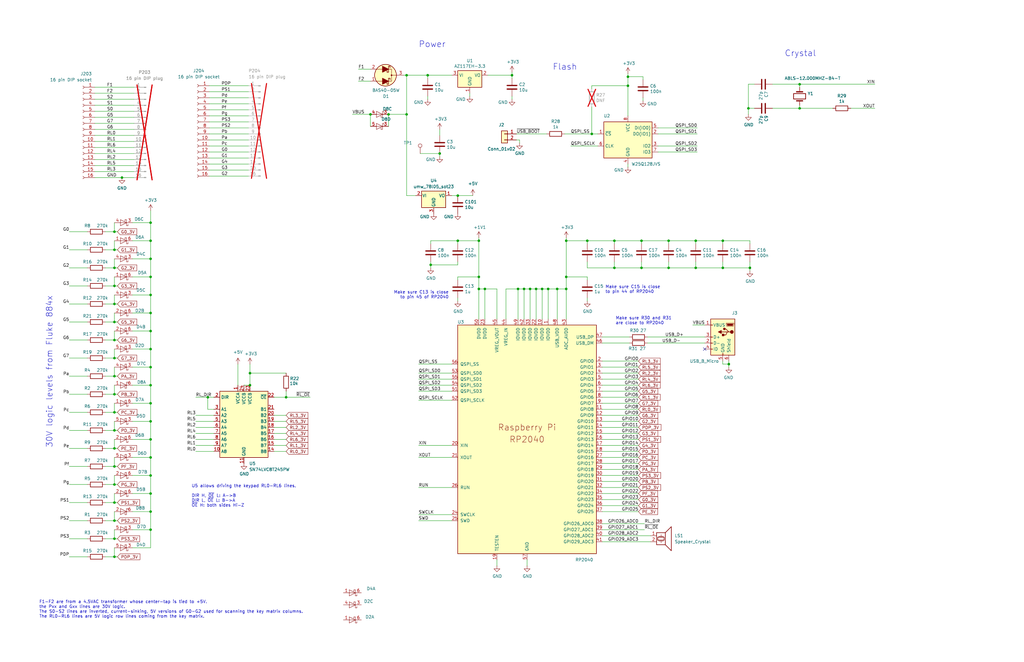
<source format=kicad_sch>
(kicad_sch (version 20231120) (generator "eeschema") (generator_version "8.0")
  (paper "USLedger")
  (title_block (title "Fluke 884x Continuity Buzzer") (date "2024-01-14") (rev "REV1") (company "Ned Konz"))
  (junction (at 63.5 223.52))
  (junction (at 87.63 167.64))
  (junction (at 293.37 101.6))
  (junction (at 63.5 215.9))
  (junction (at 181.61 111.76))
  (junction (at 220.98 121.92))
  (junction (at 304.8 113.03))
  (junction (at 193.04 82.55))
  (junction (at 63.5 93.98))
  (junction (at 281.94 101.6))
  (junction (at 63.5 109.22))
  (junction (at 215.9 31.75))
  (junction (at 105.41 162.56))
  (junction (at 63.5 185.42))
  (junction (at 63.5 170.18))
  (junction (at 48.26 227.33))
  (junction (at 185.42 64.77))
  (junction (at 270.51 113.03))
  (junction (at 307.34 153.67))
  (junction (at 48.26 151.13))
  (junction (at 201.93 121.92))
  (junction (at 48.26 105.41))
  (junction (at 48.26 173.99))
  (junction (at 264.795 32.385))
  (junction (at 226.06 121.92))
  (junction (at 218.44 121.92))
  (junction (at 48.26 128.27))
  (junction (at 120.65 167.64))
  (junction (at 63.5 147.32))
  (junction (at 63.5 132.08))
  (junction (at 204.47 121.92))
  (junction (at 228.6 121.92))
  (junction (at 63.5 154.94))
  (junction (at 48.26 135.89))
  (junction (at 223.52 121.92))
  (junction (at 48.26 120.65))
  (junction (at 63.5 162.56))
  (junction (at 337.185 45.72))
  (junction (at 48.26 143.51))
  (junction (at 48.26 113.03))
  (junction (at 259.08 113.03))
  (junction (at 201.93 116.84))
  (junction (at 63.5 193.04))
  (junction (at 48.26 234.95))
  (junction (at 48.26 196.85))
  (junction (at 193.04 101.6))
  (junction (at 337.185 35.56))
  (junction (at 231.14 121.92))
  (junction (at 171.45 48.26))
  (junction (at 316.23 113.03))
  (junction (at 247.65 101.6))
  (junction (at 163.83 48.26))
  (junction (at 48.26 189.23))
  (junction (at 63.5 124.46))
  (junction (at 63.5 116.84))
  (junction (at 238.76 101.6))
  (junction (at 180.34 31.75))
  (junction (at 304.8 101.6))
  (junction (at 48.26 166.37))
  (junction (at 48.26 212.09))
  (junction (at 249.555 56.515))
  (junction (at 105.41 157.48))
  (junction (at 63.5 139.7))
  (junction (at 63.5 200.66))
  (junction (at 238.76 121.92))
  (junction (at 234.95 121.92))
  (junction (at 48.26 219.71))
  (junction (at 156.21 48.26))
  (junction (at 48.26 204.47))
  (junction (at 293.37 113.03))
  (junction (at 63.5 177.8))
  (junction (at 315.595 45.72))
  (junction (at 63.5 101.6))
  (junction (at 48.26 97.79))
  (junction (at 171.45 31.75))
  (junction (at 48.26 158.75))
  (junction (at 201.93 101.6))
  (junction (at 264.795 36.195))
  (junction (at 281.94 113.03))
  (junction (at 63.5 208.28))
  (junction (at 48.26 181.61))
  (junction (at 51.435 74.93))
  (junction (at 259.08 101.6))
  (junction (at 270.51 101.6))
  (junction (at 238.76 116.84))
  (no_connect (at 297.18 147.32))
  (wire (pts (xy 249.555 56.515) (xy 252.095 56.515)))
  (wire (pts (xy 48.26 189.23) (xy 49.53 189.23)))
  (wire (pts (xy 193.04 118.11) (xy 193.04 116.84)))
  (wire (pts (xy 259.08 102.87) (xy 259.08 101.6)))
  (wire (pts (xy 29.21 97.79) (xy 36.83 97.79)))
  (wire (pts (xy 63.5 208.28) (xy 63.5 215.9)))
  (wire (pts (xy 259.08 110.49) (xy 259.08 113.03)))
  (wire (pts (xy 318.135 45.72) (xy 315.595 45.72)))
  (wire (pts (xy 82.55 185.42) (xy 90.17 185.42)))
  (wire (pts (xy 220.98 121.92) (xy 223.52 121.92)))
  (wire (pts (xy 198.12 39.37) (xy 198.12 40.64)))
  (wire (pts (xy 238.76 116.84) (xy 247.65 116.84)))
  (wire (pts (xy 100.33 153.67) (xy 100.33 162.56)))
  (wire (pts (xy 249.555 36.195) (xy 264.795 36.195)))
  (wire (pts (xy 213.36 121.92) (xy 218.44 121.92)))
  (wire (pts (xy 63.5 185.42) (xy 55.88 185.42)))
  (wire (pts (xy 40.005 74.93) (xy 51.435 74.93)))
  (wire (pts (xy 264.795 69.215) (xy 264.795 70.485)))
  (wire (pts (xy 226.06 121.92) (xy 228.6 121.92)))
  (wire (pts (xy 49.53 97.79) (xy 48.26 97.79)))
  (wire (pts (xy 88.265 36.195) (xy 104.775 36.195)))
  (wire (pts (xy 40.005 64.77) (xy 56.515 64.77)))
  (wire (pts (xy 254 177.8) (xy 269.24 177.8)))
  (wire (pts (xy 270.51 110.49) (xy 270.51 113.03)))
  (wire (pts (xy 63.5 208.28) (xy 63.5 200.66)))
  (wire (pts (xy 63.5 231.14) (xy 55.88 231.14)))
  (wire (pts (xy 105.41 157.48) (xy 105.41 162.56)))
  (wire (pts (xy 238.76 101.6) (xy 247.65 101.6)))
  (wire (pts (xy 88.265 51.435) (xy 104.775 51.435)))
  (wire (pts (xy 325.755 35.56) (xy 337.185 35.56)))
  (wire (pts (xy 63.5 177.8) (xy 63.5 170.18)))
  (wire (pts (xy 120.65 187.96) (xy 115.57 187.96)))
  (wire (pts (xy 337.185 44.45) (xy 337.185 45.72)))
  (wire (pts (xy 40.005 67.31) (xy 56.515 67.31)))
  (wire (pts (xy 222.25 236.22) (xy 222.25 238.76)))
  (wire (pts (xy 270.51 101.6) (xy 281.94 101.6)))
  (wire (pts (xy 63.5 162.56) (xy 63.5 170.18)))
  (wire (pts (xy 88.265 48.895) (xy 104.775 48.895)))
  (wire (pts (xy 48.26 177.8) (xy 48.26 181.61)))
  (wire (pts (xy 88.265 66.675) (xy 104.775 66.675)))
  (wire (pts (xy 185.42 54.61) (xy 185.42 57.15)))
  (wire (pts (xy 44.45 181.61) (xy 48.26 181.61)))
  (wire (pts (xy 44.45 219.71) (xy 48.26 219.71)))
  (wire (pts (xy 63.5 109.22) (xy 63.5 101.6)))
  (wire (pts (xy 217.805 59.055) (xy 219.075 59.055)))
  (wire (pts (xy 254 226.06) (xy 274.32 226.06)))
  (wire (pts (xy 254 203.2) (xy 269.24 203.2)))
  (wire (pts (xy 358.775 45.72) (xy 368.935 45.72)))
  (wire (pts (xy 337.185 45.72) (xy 351.155 45.72)))
  (wire (pts (xy 254 165.1) (xy 269.24 165.1)))
  (wire (pts (xy 29.21 204.47) (xy 36.83 204.47)))
  (wire (pts (xy 181.61 110.49) (xy 181.61 111.76)))
  (wire (pts (xy 181.61 101.6) (xy 193.04 101.6)))
  (wire (pts (xy 40.005 41.91) (xy 56.515 41.91)))
  (wire (pts (xy 29.21 113.03) (xy 36.83 113.03)))
  (wire (pts (xy 105.41 153.67) (xy 105.41 157.48)))
  (wire (pts (xy 238.76 116.84) (xy 238.76 121.92)))
  (wire (pts (xy 29.21 105.41) (xy 36.83 105.41)))
  (wire (pts (xy 29.21 166.37) (xy 36.83 166.37)))
  (wire (pts (xy 82.55 190.5) (xy 90.17 190.5)))
  (wire (pts (xy 88.265 59.055) (xy 104.775 59.055)))
  (wire (pts (xy 270.51 102.87) (xy 270.51 101.6)))
  (wire (pts (xy 44.45 158.75) (xy 48.26 158.75)))
  (wire (pts (xy 264.795 31.115) (xy 264.795 32.385)))
  (wire (pts (xy 88.265 41.275) (xy 104.775 41.275)))
  (wire (pts (xy 48.26 135.89) (xy 49.53 135.89)))
  (wire (pts (xy 254 180.34) (xy 269.24 180.34)))
  (wire (pts (xy 120.65 190.5) (xy 115.57 190.5)))
  (wire (pts (xy 281.94 102.87) (xy 281.94 101.6)))
  (wire (pts (xy 176.53 162.56) (xy 190.5 162.56)))
  (wire (pts (xy 63.5 139.7) (xy 55.88 139.7)))
  (wire (pts (xy 247.65 101.6) (xy 259.08 101.6)))
  (wire (pts (xy 36.83 181.61) (xy 29.21 181.61)))
  (wire (pts (xy 63.5 116.84) (xy 63.5 124.46)))
  (wire (pts (xy 88.265 71.755) (xy 104.775 71.755)))
  (wire (pts (xy 201.93 100.33) (xy 201.93 101.6)))
  (wire (pts (xy 304.8 102.87) (xy 304.8 101.6)))
  (wire (pts (xy 63.5 93.98) (xy 63.5 101.6)))
  (wire (pts (xy 48.26 113.03) (xy 49.53 113.03)))
  (wire (pts (xy 304.8 101.6) (xy 316.23 101.6)))
  (wire (pts (xy 277.495 53.975) (xy 294.005 53.975)))
  (wire (pts (xy 273.05 142.24) (xy 297.18 142.24)))
  (wire (pts (xy 293.37 102.87) (xy 293.37 101.6)))
  (wire (pts (xy 254 142.24) (xy 265.43 142.24)))
  (wire (pts (xy 218.44 121.92) (xy 220.98 121.92)))
  (wire (pts (xy 48.26 120.65) (xy 49.53 120.65)))
  (wire (pts (xy 293.37 101.6) (xy 304.8 101.6)))
  (wire (pts (xy 171.45 48.26) (xy 171.45 31.75)))
  (wire (pts (xy 247.65 102.87) (xy 247.65 101.6)))
  (wire (pts (xy 259.08 113.03) (xy 247.65 113.03)))
  (wire (pts (xy 304.8 152.4) (xy 304.8 153.67)))
  (wire (pts (xy 254 185.42) (xy 269.24 185.42)))
  (wire (pts (xy 226.06 134.62) (xy 226.06 121.92)))
  (wire (pts (xy 120.65 180.34) (xy 115.57 180.34)))
  (wire (pts (xy 204.47 121.92) (xy 201.93 121.92)))
  (wire (pts (xy 254 228.6) (xy 274.32 228.6)))
  (wire (pts (xy 29.21 135.89) (xy 36.83 135.89)))
  (wire (pts (xy 234.95 134.62) (xy 234.95 121.92)))
  (wire (pts (xy 201.93 121.92) (xy 201.93 134.62)))
  (wire (pts (xy 176.53 160.02) (xy 190.5 160.02)))
  (wire (pts (xy 249.555 45.085) (xy 249.555 56.515)))
  (wire (pts (xy 292.1 137.16) (xy 297.18 137.16)))
  (wire (pts (xy 304.8 113.03) (xy 293.37 113.03)))
  (wire (pts (xy 48.26 154.94) (xy 48.26 158.75)))
  (wire (pts (xy 63.5 177.8) (xy 63.5 185.42)))
  (wire (pts (xy 163.83 48.26) (xy 163.83 53.34)))
  (wire (pts (xy 264.795 32.385) (xy 264.795 36.195)))
  (wire (pts (xy 48.26 208.28) (xy 48.26 212.09)))
  (wire (pts (xy 55.88 116.84) (xy 63.5 116.84)))
  (wire (pts (xy 254 208.28) (xy 269.24 208.28)))
  (wire (pts (xy 151.13 34.29) (xy 156.21 34.29)))
  (wire (pts (xy 228.6 121.92) (xy 231.14 121.92)))
  (wire (pts (xy 48.26 132.08) (xy 48.26 135.89)))
  (wire (pts (xy 254 198.12) (xy 269.24 198.12)))
  (wire (pts (xy 55.88 177.8) (xy 63.5 177.8)))
  (wire (pts (xy 193.04 116.84) (xy 201.93 116.84)))
  (wire (pts (xy 325.755 45.72) (xy 337.185 45.72)))
  (wire (pts (xy 44.45 212.09) (xy 48.26 212.09)))
  (wire (pts (xy 277.495 56.515) (xy 294.005 56.515)))
  (wire (pts (xy 249.555 37.465) (xy 249.555 36.195)))
  (wire (pts (xy 82.55 187.96) (xy 90.17 187.96)))
  (wire (pts (xy 209.55 134.62) (xy 209.55 121.92)))
  (wire (pts (xy 316.23 110.49) (xy 316.23 113.03)))
  (wire (pts (xy 88.265 43.815) (xy 104.775 43.815)))
  (wire (pts (xy 105.41 157.48) (xy 120.65 157.48)))
  (wire (pts (xy 36.83 196.85) (xy 29.21 196.85)))
  (wire (pts (xy 307.34 152.4) (xy 307.34 153.67)))
  (wire (pts (xy 63.5 132.08) (xy 63.5 139.7)))
  (wire (pts (xy 205.74 31.75) (xy 215.9 31.75)))
  (wire (pts (xy 48.26 185.42) (xy 48.26 189.23)))
  (wire (pts (xy 29.21 143.51) (xy 36.83 143.51)))
  (wire (pts (xy 44.45 120.65) (xy 48.26 120.65)))
  (wire (pts (xy 201.93 101.6) (xy 201.93 116.84)))
  (wire (pts (xy 181.61 102.87) (xy 181.61 101.6)))
  (wire (pts (xy 190.5 217.17) (xy 176.53 217.17)))
  (wire (pts (xy 48.26 116.84) (xy 48.26 120.65)))
  (wire (pts (xy 82.55 182.88) (xy 90.17 182.88)))
  (wire (pts (xy 315.595 35.56) (xy 315.595 45.72)))
  (wire (pts (xy 55.88 93.98) (xy 63.5 93.98)))
  (wire (pts (xy 63.5 170.18) (xy 55.88 170.18)))
  (wire (pts (xy 171.45 48.26) (xy 171.45 82.55)))
  (wire (pts (xy 55.88 208.28) (xy 63.5 208.28)))
  (wire (pts (xy 254 210.82) (xy 269.24 210.82)))
  (wire (pts (xy 181.61 111.76) (xy 181.61 113.03)))
  (wire (pts (xy 48.26 109.22) (xy 48.26 113.03)))
  (wire (pts (xy 190.5 205.74) (xy 176.53 205.74)))
  (wire (pts (xy 254 167.64) (xy 269.24 167.64)))
  (wire (pts (xy 40.005 59.69) (xy 56.515 59.69)))
  (wire (pts (xy 238.76 121.92) (xy 238.76 134.62)))
  (wire (pts (xy 48.26 101.6) (xy 48.26 105.41)))
  (wire (pts (xy 254 144.78) (xy 265.43 144.78)))
  (wire (pts (xy 48.26 212.09) (xy 49.53 212.09)))
  (wire (pts (xy 209.55 121.92) (xy 204.47 121.92)))
  (wire (pts (xy 304.8 153.67) (xy 307.34 153.67)))
  (wire (pts (xy 48.26 105.41) (xy 44.45 105.41)))
  (wire (pts (xy 190.5 82.55) (xy 193.04 82.55)))
  (wire (pts (xy 88.265 64.135) (xy 104.775 64.135)))
  (wire (pts (xy 254 195.58) (xy 269.24 195.58)))
  (wire (pts (xy 40.005 44.45) (xy 56.515 44.45)))
  (wire (pts (xy 264.795 36.195) (xy 264.795 48.895)))
  (wire (pts (xy 171.45 31.75) (xy 180.34 31.75)))
  (wire (pts (xy 44.45 166.37) (xy 48.26 166.37)))
  (wire (pts (xy 281.94 101.6) (xy 293.37 101.6)))
  (wire (pts (xy 44.45 204.47) (xy 48.26 204.47)))
  (wire (pts (xy 40.005 39.37) (xy 56.515 39.37)))
  (wire (pts (xy 29.21 227.33) (xy 36.83 227.33)))
  (wire (pts (xy 223.52 121.92) (xy 226.06 121.92)))
  (wire (pts (xy 63.5 223.52) (xy 63.5 215.9)))
  (wire (pts (xy 63.5 116.84) (xy 63.5 109.22)))
  (wire (pts (xy 48.26 166.37) (xy 49.53 166.37)))
  (wire (pts (xy 44.45 151.13) (xy 48.26 151.13)))
  (wire (pts (xy 82.55 175.26) (xy 90.17 175.26)))
  (wire (pts (xy 88.265 69.215) (xy 104.775 69.215)))
  (wire (pts (xy 180.34 40.64) (xy 180.34 41.91)))
  (wire (pts (xy 231.14 121.92) (xy 231.14 134.62)))
  (wire (pts (xy 120.65 175.26) (xy 115.57 175.26)))
  (wire (pts (xy 247.65 110.49) (xy 247.65 113.03)))
  (wire (pts (xy 63.5 162.56) (xy 63.5 154.94)))
  (wire (pts (xy 218.44 134.62) (xy 218.44 121.92)))
  (wire (pts (xy 201.93 116.84) (xy 201.93 121.92)))
  (wire (pts (xy 55.88 162.56) (xy 63.5 162.56)))
  (wire (pts (xy 238.125 56.515) (xy 249.555 56.515)))
  (wire (pts (xy 63.5 154.94) (xy 55.88 154.94)))
  (wire (pts (xy 40.005 46.99) (xy 56.515 46.99)))
  (wire (pts (xy 277.495 64.135) (xy 294.005 64.135)))
  (wire (pts (xy 63.5 147.32) (xy 63.5 139.7)))
  (wire (pts (xy 40.005 72.39) (xy 56.515 72.39)))
  (wire (pts (xy 48.26 234.95) (xy 44.45 234.95)))
  (wire (pts (xy 254 193.04) (xy 269.24 193.04)))
  (wire (pts (xy 40.005 57.15) (xy 56.515 57.15)))
  (wire (pts (xy 90.17 172.72) (xy 87.63 172.72)))
  (wire (pts (xy 270.51 113.03) (xy 259.08 113.03)))
  (wire (pts (xy 315.595 45.72) (xy 315.595 48.26)))
  (wire (pts (xy 48.26 139.7) (xy 48.26 143.51)))
  (wire (pts (xy 271.145 33.655) (xy 271.145 32.385)))
  (wire (pts (xy 29.21 120.65) (xy 36.83 120.65)))
  (wire (pts (xy 48.26 204.47) (xy 49.53 204.47)))
  (wire (pts (xy 48.26 97.79) (xy 44.45 97.79)))
  (wire (pts (xy 238.76 100.33) (xy 238.76 101.6)))
  (wire (pts (xy 55.88 193.04) (xy 63.5 193.04)))
  (wire (pts (xy 44.45 128.27) (xy 48.26 128.27)))
  (wire (pts (xy 82.55 167.64) (xy 87.63 167.64)))
  (wire (pts (xy 190.5 153.67) (xy 176.53 153.67)))
  (wire (pts (xy 156.21 48.26) (xy 156.21 53.34)))
  (wire (pts (xy 87.63 167.64) (xy 90.17 167.64)))
  (wire (pts (xy 238.76 101.6) (xy 238.76 116.84)))
  (wire (pts (xy 254 152.4) (xy 269.24 152.4)))
  (wire (pts (xy 48.26 227.33) (xy 49.53 227.33)))
  (wire (pts (xy 63.5 223.52) (xy 63.5 231.14)))
  (wire (pts (xy 44.45 113.03) (xy 48.26 113.03)))
  (wire (pts (xy 63.5 132.08) (xy 63.5 124.46)))
  (wire (pts (xy 190.5 31.75) (xy 180.34 31.75)))
  (wire (pts (xy 193.04 102.87) (xy 193.04 101.6)))
  (wire (pts (xy 254 182.88) (xy 269.24 182.88)))
  (wire (pts (xy 48.26 124.46) (xy 48.26 128.27)))
  (wire (pts (xy 29.21 158.75) (xy 36.83 158.75)))
  (wire (pts (xy 177.165 64.77) (xy 185.42 64.77)))
  (wire (pts (xy 281.94 110.49) (xy 281.94 113.03)))
  (wire (pts (xy 209.55 236.22) (xy 209.55 238.76)))
  (wire (pts (xy 163.83 48.26) (xy 171.45 48.26)))
  (wire (pts (xy 316.23 102.87) (xy 316.23 101.6)))
  (wire (pts (xy 120.65 177.8) (xy 115.57 177.8)))
  (wire (pts (xy 48.26 223.52) (xy 48.26 227.33)))
  (wire (pts (xy 40.005 62.23) (xy 56.515 62.23)))
  (wire (pts (xy 49.53 234.95) (xy 48.26 234.95)))
  (wire (pts (xy 63.5 193.04) (xy 63.5 185.42)))
  (wire (pts (xy 88.265 46.355) (xy 104.775 46.355)))
  (wire (pts (xy 254 170.18) (xy 269.24 170.18)))
  (wire (pts (xy 44.45 227.33) (xy 48.26 227.33)))
  (wire (pts (xy 55.88 223.52) (xy 63.5 223.52)))
  (wire (pts (xy 44.45 189.23) (xy 48.26 189.23)))
  (wire (pts (xy 318.135 35.56) (xy 315.595 35.56)))
  (wire (pts (xy 185.42 64.77) (xy 185.42 66.04)))
  (wire (pts (xy 254 205.74) (xy 269.24 205.74)))
  (wire (pts (xy 48.26 196.85) (xy 49.53 196.85)))
  (wire (pts (xy 63.5 124.46) (xy 55.88 124.46)))
  (wire (pts (xy 213.36 134.62) (xy 213.36 121.92)))
  (wire (pts (xy 40.005 69.85) (xy 56.515 69.85)))
  (wire (pts (xy 231.14 121.92) (xy 234.95 121.92)))
  (wire (pts (xy 102.87 162.56) (xy 105.41 162.56)))
  (wire (pts (xy 254 157.48) (xy 269.24 157.48)))
  (wire (pts (xy 48.26 143.51) (xy 49.53 143.51)))
  (wire (pts (xy 48.26 147.32) (xy 48.26 151.13)))
  (wire (pts (xy 120.65 167.64) (xy 130.81 167.64)))
  (wire (pts (xy 230.505 56.515) (xy 217.805 56.515)))
  (wire (pts (xy 254 223.52) (xy 271.78 223.52)))
  (wire (pts (xy 48.26 158.75) (xy 49.53 158.75)))
  (wire (pts (xy 82.55 180.34) (xy 90.17 180.34)))
  (wire (pts (xy 254 154.94) (xy 269.24 154.94)))
  (wire (pts (xy 48.26 219.71) (xy 49.53 219.71)))
  (wire (pts (xy 170.18 31.75) (xy 171.45 31.75)))
  (wire (pts (xy 40.005 49.53) (xy 56.515 49.53)))
  (wire (pts (xy 193.04 125.73) (xy 193.04 127)))
  (wire (pts (xy 48.26 200.66) (xy 48.26 204.47)))
  (wire (pts (xy 271.145 41.275) (xy 271.145 42.545)))
  (wire (pts (xy 293.37 110.49) (xy 293.37 113.03)))
  (wire (pts (xy 337.185 35.56) (xy 368.935 35.56)))
  (wire (pts (xy 88.265 61.595) (xy 104.775 61.595)))
  (wire (pts (xy 304.8 110.49) (xy 304.8 113.03)))
  (wire (pts (xy 228.6 134.62) (xy 228.6 121.92)))
  (wire (pts (xy 176.53 157.48) (xy 190.5 157.48)))
  (wire (pts (xy 247.65 118.11) (xy 247.65 116.84)))
  (wire (pts (xy 40.005 36.83) (xy 56.515 36.83)))
  (wire (pts (xy 234.95 121.92) (xy 238.76 121.92)))
  (wire (pts (xy 254 220.98) (xy 271.78 220.98)))
  (wire (pts (xy 204.47 134.62) (xy 204.47 121.92)))
  (wire (pts (xy 44.45 143.51) (xy 48.26 143.51)))
  (wire (pts (xy 51.435 74.93) (xy 56.515 74.93)))
  (wire (pts (xy 193.04 111.76) (xy 193.04 110.49)))
  (wire (pts (xy 87.63 172.72) (xy 87.63 167.64)))
  (wire (pts (xy 48.26 181.61) (xy 49.53 181.61)))
  (wire (pts (xy 63.5 200.66) (xy 55.88 200.66)))
  (wire (pts (xy 180.34 33.02) (xy 180.34 31.75)))
  (wire (pts (xy 29.21 219.71) (xy 36.83 219.71)))
  (wire (pts (xy 48.26 128.27) (xy 49.53 128.27)))
  (wire (pts (xy 215.9 33.02) (xy 215.9 31.75)))
  (wire (pts (xy 49.53 105.41) (xy 48.26 105.41)))
  (wire (pts (xy 88.265 74.295) (xy 104.775 74.295)))
  (wire (pts (xy 40.005 52.07) (xy 56.515 52.07)))
  (wire (pts (xy 29.21 128.27) (xy 36.83 128.27)))
  (wire (pts (xy 176.53 187.96) (xy 190.5 187.96)))
  (wire (pts (xy 293.37 113.03) (xy 281.94 113.03)))
  (wire (pts (xy 63.5 215.9) (xy 55.88 215.9)))
  (wire (pts (xy 120.65 165.1) (xy 120.65 167.64)))
  (wire (pts (xy 254 175.26) (xy 269.24 175.26)))
  (wire (pts (xy 36.83 173.99) (xy 29.21 173.99)))
  (wire (pts (xy 193.04 101.6) (xy 201.93 101.6)))
  (wire (pts (xy 48.26 93.98) (xy 48.26 97.79)))
  (wire (pts (xy 36.83 234.95) (xy 29.21 234.95)))
  (wire (pts (xy 337.185 36.83) (xy 337.185 35.56)))
  (wire (pts (xy 88.265 38.735) (xy 104.775 38.735)))
  (wire (pts (xy 48.26 173.99) (xy 49.53 173.99)))
  (wire (pts (xy 29.21 151.13) (xy 36.83 151.13)))
  (wire (pts (xy 247.65 125.73) (xy 247.65 127)))
  (wire (pts (xy 190.5 193.04) (xy 176.53 193.04)))
  (wire (pts (xy 223.52 134.62) (xy 223.52 121.92)))
  (wire (pts (xy 40.005 54.61) (xy 56.515 54.61)))
  (wire (pts (xy 55.88 132.08) (xy 63.5 132.08)))
  (wire (pts (xy 254 213.36) (xy 269.24 213.36)))
  (wire (pts (xy 281.94 113.03) (xy 270.51 113.03)))
  (wire (pts (xy 215.9 31.75) (xy 215.9 30.48)))
  (wire (pts (xy 254 200.66) (xy 269.24 200.66)))
  (wire (pts (xy 29.21 189.23) (xy 36.83 189.23)))
  (wire (pts (xy 151.13 29.21) (xy 156.21 29.21)))
  (wire (pts (xy 271.145 32.385) (xy 264.795 32.385)))
  (wire (pts (xy 219.075 59.055) (xy 219.075 60.325)))
  (wire (pts (xy 277.495 61.595) (xy 294.005 61.595)))
  (wire (pts (xy 254 162.56) (xy 269.24 162.56)))
  (wire (pts (xy 44.45 196.85) (xy 48.26 196.85)))
  (wire (pts (xy 88.265 56.515) (xy 104.775 56.515)))
  (wire (pts (xy 190.5 219.71) (xy 176.53 219.71)))
  (wire (pts (xy 316.23 113.03) (xy 316.23 114.3)))
  (wire (pts (xy 48.26 193.04) (xy 48.26 196.85)))
  (wire (pts (xy 259.08 101.6) (xy 270.51 101.6)))
  (wire (pts (xy 48.26 231.14) (xy 48.26 234.95)))
  (wire (pts (xy 55.88 109.22) (xy 63.5 109.22)))
  (wire (pts (xy 171.45 82.55) (xy 175.26 82.55)))
  (wire (pts (xy 220.98 134.62) (xy 220.98 121.92)))
  (wire (pts (xy 254 190.5) (xy 269.24 190.5)))
  (wire (pts (xy 176.53 165.1) (xy 190.5 165.1)))
  (wire (pts (xy 120.65 185.42) (xy 115.57 185.42)))
  (wire (pts (xy 307.34 154.94) (xy 307.34 153.67)))
  (wire (pts (xy 44.45 173.99) (xy 48.26 173.99)))
  (wire (pts (xy 48.26 170.18) (xy 48.26 173.99)))
  (wire (pts (xy 63.5 88.9) (xy 63.5 93.98)))
  (wire (pts (xy 240.665 61.595) (xy 252.095 61.595)))
  (wire (pts (xy 120.65 182.88) (xy 115.57 182.88)))
  (wire (pts (xy 88.265 53.975) (xy 104.775 53.975)))
  (wire (pts (xy 254 160.02) (xy 269.24 160.02)))
  (wire (pts (xy 48.26 215.9) (xy 48.26 219.71)))
  (wire (pts (xy 273.05 144.78) (xy 297.18 144.78)))
  (wire (pts (xy 148.59 48.26) (xy 156.21 48.26)))
  (wire (pts (xy 63.5 101.6) (xy 55.88 101.6)))
  (wire (pts (xy 190.5 168.91) (xy 176.53 168.91)))
  (wire (pts (xy 115.57 167.64) (xy 120.65 167.64)))
  (wire (pts (xy 63.5 147.32) (xy 63.5 154.94)))
  (wire (pts (xy 193.04 82.55) (xy 199.39 82.55)))
  (wire (pts (xy 254 187.96) (xy 269.24 187.96)))
  (wire (pts (xy 181.61 111.76) (xy 193.04 111.76)))
  (wire (pts (xy 55.88 147.32) (xy 63.5 147.32)))
  (wire (pts (xy 82.55 177.8) (xy 90.17 177.8)))
  (wire (pts (xy 63.5 193.04) (xy 63.5 200.66)))
  (wire (pts (xy 29.21 212.09) (xy 36.83 212.09)))
  (wire (pts (xy 215.9 40.64) (xy 215.9 41.91)))
  (wire (pts (xy 48.26 151.13) (xy 49.53 151.13)))
  (wire (pts (xy 254 215.9) (xy 269.24 215.9)))
  (wire (pts (xy 254 172.72) (xy 269.24 172.72)))
  (wire (pts (xy 48.26 162.56) (xy 48.26 166.37)))
  (wire (pts (xy 304.8 113.03) (xy 316.23 113.03)))
  (wire (pts (xy 44.45 135.89) (xy 48.26 135.89)))
  (text "Power" (at 176.53 20.32 0) (effects (font (size 2.54 2.54)) (justify left bottom)))
  (text "F1-F2 are from a 4.5VAC transformer whose center-tap is tied to +5V.\nthe Pxx and Gxx lines are 30V logic.\nThe S0-S2 lines are inverted, current-sinking, 5V versions of G0-G2 used for scanning the key matrix columns.\nThe RL0-RL6 lines are 5V logic row lines coming from the key matrix." (at 16.51 260.985 0) (effects (font (size 1.27 1.27)) (justify left bottom)))
  (text "30V logic levels from Fluke 884x" (at 20.828 156.972 90) (effects (font (size 2.5 2.5))))
  (text "Make sure C15 is close\nto pin 44 of RP2040" (at 255.27 123.952 0) (effects (font (size 1.27 1.27)) (justify left bottom)))
  (text "U5 allows driving the keypad RL0-RL6 lines.\n\nDIR H, ~{OE} L: A->B\nDIR L, ~{OE} L: B->A\n~{OE} H: both sides Hi-Z" (at 80.772 209.296 0) (effects (font (size 1.27 1.27)) (justify left)))
  (text "Make sure R30 and R31\nare close to RP2040" (at 259.588 137.16 0) (effects (font (size 1.27 1.27)) (justify left bottom)))
  (text "Make sure C13 is close\nto pin 45 of RP2040" (at 189.23 126.238 0) (effects (font (size 1.27 1.27)) (justify right bottom)))
  (text "Crystal" (at 330.835 24.13 0) (effects (font (size 2.54 2.54)) (justify left bottom)))
  (text "Flash" (at 233.045 29.845 0) (effects (font (size 2.54 2.54)) (justify left bottom)))
  (label "GPIO11" (at 269.24 180.34 180))
  (label "Pd" (at 93.345 41.275 0))
  (label "SWCLK" (at 176.53 217.17 0))
  (label "RL4" (at 82.55 182.88 180))
  (label "GPIO9" (at 269.24 175.26 180))
  (label "PDP" (at 29.21 234.95 180))
  (label "Pg" (at 29.21 204.47 180))
  (label "G7" (at 45.085 52.07 0))
  (label "XIN" (at 368.935 35.56 180))
  (label "GND" (at 45.085 74.93 0))
  (label "QSPI_SCLK" (at 176.53 168.91 0))
  (label "Pf" (at 29.21 196.85 180))
  (label "RL3" (at 45.085 72.39 0))
  (label "GPIO13" (at 269.24 185.42 180))
  (label "RL5" (at 45.085 69.85 0))
  (label "GPIO4" (at 269.24 162.56 180))
  (label "QSPI_SD0" (at 176.53 157.48 0))
  (label "QSPI_SCLK" (at 240.665 61.595 0))
  (label "Pa" (at 93.345 59.055 0))
  (label "XIN" (at 176.53 187.96 0))
  (label "QSPI_SD1" (at 294.005 56.515 180))
  (label "G0" (at 93.345 64.135 0))
  (label "GPIO18" (at 269.24 198.12 180))
  (label "RL_DIR" (at 82.55 167.64 0))
  (label "G3" (at 93.345 71.755 0))
  (label "GPIO7" (at 269.24 170.18 180))
  (label "GPIO21" (at 269.24 205.74 180))
  (label "XOUT" (at 368.935 45.72 180))
  (label "QSPI_SS" (at 176.53 153.67 0))
  (label "G4" (at 29.21 128.27 180))
  (label "G5" (at 45.085 49.53 0))
  (label "F2" (at 45.085 39.37 0))
  (label "PS1" (at 29.21 212.09 180))
  (label "Pb" (at 93.345 56.515 0))
  (label "QSPI_SD2" (at 176.53 162.56 0))
  (label "QSPI_SD0" (at 294.005 53.975 180))
  (label "~{RL_OE}" (at 130.81 167.64 180))
  (label "GPIO27_ADC1" (at 269.24 223.52 180))
  (label "GPIO19" (at 269.24 200.66 180))
  (label "GPIO20" (at 269.24 203.2 180))
  (label "QSPI_SS" (at 240.665 56.515 0))
  (label "PS2" (at 93.345 53.975 0))
  (label "RL3" (at 82.55 175.26 180))
  (label "VBUS" (at 148.59 48.26 0))
  (label "GPIO24" (at 269.24 213.36 180))
  (label "QSPI_SD3" (at 176.53 165.1 0))
  (label "GPIO2" (at 269.24 157.48 180))
  (label "Pf" (at 93.345 46.355 0))
  (label "RUN" (at 176.53 205.74 0))
  (label "GPIO17" (at 269.24 195.58 180))
  (label "G1" (at 93.345 66.675 0))
  (label "S2" (at 45.085 41.91 0))
  (label "G6" (at 45.085 54.61 0))
  (label "GPIO22" (at 269.24 208.28 180))
  (label "RL1" (at 45.085 59.69 0))
  (label "QSPI_SD2" (at 294.005 61.595 180))
  (label "Pg" (at 93.345 48.895 0))
  (label "USB_D-" (at 287.02 144.78 180))
  (label "RL1" (at 82.55 187.96 180))
  (label "GPIO1" (at 269.24 154.94 180))
  (label "~{RL_OE}" (at 271.78 223.52 0))
  (label "GPIO14" (at 269.24 187.96 180))
  (label "GPIO6" (at 269.24 167.64 180))
  (label "GPIO12" (at 269.24 182.88 180))
  (label "RL_DIR" (at 271.78 220.98 0))
  (label "RL6" (at 45.085 62.23 0))
  (label "PS3" (at 93.345 51.435 0))
  (label "RL6" (at 82.55 185.42 180))
  (label "G2" (at 29.21 113.03 180))
  (label "GPIO23" (at 269.24 210.82 180))
  (label "GPIO26_ADC0" (at 269.24 220.98 180))
  (label "Pa" (at 29.21 158.75 180))
  (label "G7" (at 29.21 151.13 180))
  (label "XOUT" (at 176.53 193.04 0))
  (label "GPIO5" (at 269.24 165.1 180))
  (label "GPIO16" (at 269.24 193.04 180))
  (label "~{USB_BOOT}" (at 217.805 56.515 0))
  (label "RL2" (at 82.55 180.34 180))
  (label "GPIO3" (at 269.24 160.02 180))
  (label "S1" (at 45.085 44.45 0))
  (label "GPIO28_ADC2" (at 269.24 226.06 180))
  (label "RL5" (at 82.55 177.8 180))
  (label "SWD" (at 176.53 219.71 0))
  (label "VBUS" (at 292.1 137.16 0))
  (label "Pe" (at 93.345 43.815 0))
  (label "G6" (at 29.21 143.51 180))
  (label "RL0" (at 45.085 57.15 0))
  (label "F2" (at 151.13 34.29 0))
  (label "GPIO8" (at 269.24 172.72 180))
  (label "GPIO10" (at 269.24 177.8 180))
  (label "Pe" (at 29.21 189.23 180))
  (label "Pd" (at 29.21 181.61 180))
  (label "Pc" (at 93.345 61.595 0))
  (label "GPIO25" (at 269.24 215.9 180))
  (label "G4" (at 93.345 69.215 0))
  (label "GPIO15" (at 269.24 190.5 180))
  (label "Pb" (at 29.21 166.37 180))
  (label "USB_D+" (at 288.29 142.24 180))
  (label "PS3" (at 29.21 227.33 180))
  (label "RL4" (at 45.085 64.77 0))
  (label "G3" (at 29.21 120.65 180))
  (label "QSPI_SD3" (at 294.005 64.135 180))
  (label "RL2" (at 45.085 67.31 0))
  (label "F1" (at 151.13 29.21 0))
  (label "G1" (at 29.21 105.41 180))
  (label "PDP" (at 93.345 36.195 0))
  (label "PS1" (at 93.345 38.735 0))
  (label "QSPI_SD1" (at 176.53 160.02 0))
  (label "S0" (at 45.085 46.99 0))
  (label "G2" (at 93.345 74.295 0))
  (label "G5" (at 29.21 135.89 180))
  (label "F1" (at 45.085 36.83 0))
  (label "RL0" (at 82.55 190.5 180))
  (label "GPIO29_ADC3" (at 269.24 228.6 180))
  (label "PS2" (at 29.21 219.71 180))
  (label "GPIO0" (at 269.24 152.4 180))
  (label "G0" (at 29.21 97.79 180))
  (label "Pc" (at 29.21 173.99 180))
  (global_label "RL1_3V" (shape input) (at 120.65 187.96 0) (property "Intersheetrefs" "${INTERSHEET_REFS}" (effects (hide yes))))
  (global_label "G6_3V" (shape input) (at 269.24 175.26 0) (property "Intersheetrefs" "${INTERSHEET_REFS}" (effects (hide yes))))
  (global_label "PA_3V" (shape input) (at 269.24 198.12 0) (property "Intersheetrefs" "${INTERSHEET_REFS}" (effects (hide yes))))
  (global_label "PS3_3V" (shape input) (at 269.24 200.66 0) (property "Intersheetrefs" "${INTERSHEET_REFS}" (effects (hide yes))))
  (global_label "G4_3V" (shape input) (at 269.24 187.96 0) (property "Intersheetrefs" "${INTERSHEET_REFS}" (effects (hide yes))))
  (global_label "G4_3V" (shape input) (at 49.53 128.27 0) (property "Intersheetrefs" "${INTERSHEET_REFS}" (effects (hide yes))))
  (global_label "G1_3V" (shape input) (at 49.53 105.41 0) (property "Intersheetrefs" "${INTERSHEET_REFS}" (effects (hide yes))))
  (global_label "PS2_3V" (shape input) (at 269.24 205.74 0) (property "Intersheetrefs" "${INTERSHEET_REFS}" (effects (hide yes))))
  (global_label "RL4_3V" (shape input) (at 269.24 160.02 0) (property "Intersheetrefs" "${INTERSHEET_REFS}" (effects (hide yes))))
  (global_label "G3_3V" (shape input) (at 269.24 182.88 0) (property "Intersheetrefs" "${INTERSHEET_REFS}" (effects (hide yes))))
  (global_label "RL0_3V" (shape input) (at 269.24 172.72 0) (property "Intersheetrefs" "${INTERSHEET_REFS}" (effects (hide yes))))
  (global_label "G5_3V" (shape input) (at 49.53 135.89 0) (property "Intersheetrefs" "${INTERSHEET_REFS}" (effects (hide yes))))
  (global_label "G7_3V" (shape input) (at 269.24 170.18 0) (property "Intersheetrefs" "${INTERSHEET_REFS}" (effects (hide yes))))
  (global_label "PS1_3V" (shape input) (at 269.24 185.42 0) (property "Intersheetrefs" "${INTERSHEET_REFS}" (effects (hide yes))))
  (global_label "G5_3V" (shape input) (at 269.24 165.1 0) (property "Intersheetrefs" "${INTERSHEET_REFS}" (effects (hide yes))))
  (global_label "PG_3V" (shape input) (at 269.24 195.58 0) (property "Intersheetrefs" "${INTERSHEET_REFS}" (effects (hide yes))))
  (global_label "PB_3V" (shape input) (at 269.24 203.2 0) (property "Intersheetrefs" "${INTERSHEET_REFS}" (effects (hide yes))))
  (global_label "G6_3V" (shape input) (at 49.53 143.51 0) (property "Intersheetrefs" "${INTERSHEET_REFS}" (effects (hide yes))))
  (global_label "G3_3V" (shape input) (at 49.53 120.65 0) (property "Intersheetrefs" "${INTERSHEET_REFS}" (effects (hide yes))))
  (global_label "PF_3V" (shape input) (at 269.24 208.28 0) (property "Intersheetrefs" "${INTERSHEET_REFS}" (effects (hide yes))))
  (global_label "RL5_3V" (shape input) (at 120.65 177.8 0) (property "Intersheetrefs" "${INTERSHEET_REFS}" (effects (hide yes))))
  (global_label "RL0_3V" (shape input) (at 120.65 190.5 0) (property "Intersheetrefs" "${INTERSHEET_REFS}" (effects (hide yes))))
  (global_label "RL4_3V" (shape input) (at 120.65 182.88 0) (property "Intersheetrefs" "${INTERSHEET_REFS}" (effects (hide yes))))
  (global_label "RL3_3V" (shape input) (at 120.65 175.26 0) (property "Intersheetrefs" "${INTERSHEET_REFS}" (effects (hide yes))))
  (global_label "RL5_3V" (shape input) (at 269.24 154.94 0) (property "Intersheetrefs" "${INTERSHEET_REFS}" (effects (hide yes))))
  (global_label "PS2_3V" (shape input) (at 49.53 219.71 0) (property "Intersheetrefs" "${INTERSHEET_REFS}" (effects (hide yes))))
  (global_label "PE_3V" (shape input) (at 269.24 215.9 0) (property "Intersheetrefs" "${INTERSHEET_REFS}" (effects (hide yes))))
  (global_label "RL6_3V" (shape input) (at 120.65 185.42 0) (property "Intersheetrefs" "${INTERSHEET_REFS}" (effects (hide yes))))
  (global_label "G1_3V" (shape input) (at 269.24 213.36 0) (property "Intersheetrefs" "${INTERSHEET_REFS}" (effects (hide yes))))
  (global_label "PB_3V" (shape input) (at 49.53 166.37 0) (property "Intersheetrefs" "${INTERSHEET_REFS}" (effects (hide yes))))
  (global_label "RL2_3V" (shape input) (at 269.24 157.48 0) (property "Intersheetrefs" "${INTERSHEET_REFS}" (effects (hide yes))))
  (global_label "PD_3V" (shape input) (at 49.53 181.61 0) (property "Intersheetrefs" "${INTERSHEET_REFS}" (effects (hide yes))))
  (global_label "RL3_3V" (shape input) (at 269.24 152.4 0) (property "Intersheetrefs" "${INTERSHEET_REFS}" (effects (hide yes))))
  (global_label "RL1_3V" (shape input) (at 269.24 167.64 0) (property "Intersheetrefs" "${INTERSHEET_REFS}" (effects (hide yes))))
  (global_label "G0_3V" (shape input) (at 269.24 210.82 0) (property "Intersheetrefs" "${INTERSHEET_REFS}" (effects (hide yes))))
  (global_label "G2_3V" (shape input) (at 269.24 177.8 0) (property "Intersheetrefs" "${INTERSHEET_REFS}" (effects (hide yes))))
  (global_label "PC_3V" (shape input) (at 49.53 173.99 0) (property "Intersheetrefs" "${INTERSHEET_REFS}" (effects (hide yes))))
  (global_label "PC_3V" (shape input) (at 269.24 193.04 0) (property "Intersheetrefs" "${INTERSHEET_REFS}" (effects (hide yes))))
  (global_label "PE_3V" (shape input) (at 49.53 189.23 0) (property "Intersheetrefs" "${INTERSHEET_REFS}" (effects (hide yes))))
  (global_label "PS3_3V" (shape input) (at 49.53 227.33 0) (property "Intersheetrefs" "${INTERSHEET_REFS}" (effects (hide yes))))
  (global_label "RL2_3V" (shape input) (at 120.65 180.34 0) (property "Intersheetrefs" "${INTERSHEET_REFS}" (effects (hide yes))))
  (global_label "G0_3V" (shape input) (at 49.53 97.79 0) (property "Intersheetrefs" "${INTERSHEET_REFS}" (effects (hide yes))))
  (global_label "G2_3V" (shape input) (at 49.53 113.03 0) (property "Intersheetrefs" "${INTERSHEET_REFS}" (effects (hide yes))))
  (global_label "PDP_3V" (shape input) (at 49.53 234.95 0) (property "Intersheetrefs" "${INTERSHEET_REFS}" (effects (hide yes))))
  (global_label "PS1_3V" (shape input) (at 49.53 212.09 0) (property "Intersheetrefs" "${INTERSHEET_REFS}" (effects (hide yes))))
  (global_label "PA_3V" (shape input) (at 49.53 158.75 0) (property "Intersheetrefs" "${INTERSHEET_REFS}" (effects (hide yes))))
  (global_label "PDP_3V" (shape input) (at 269.24 180.34 0) (property "Intersheetrefs" "${INTERSHEET_REFS}" (effects (hide yes))))
  (global_label "RL6_3V" (shape input) (at 269.24 162.56 0) (property "Intersheetrefs" "${INTERSHEET_REFS}" (effects (hide yes))))
  (global_label "PD_3V" (shape input) (at 269.24 190.5 0) (property "Intersheetrefs" "${INTERSHEET_REFS}" (effects (hide yes))))
  (global_label "PG_3V" (shape input) (at 49.53 204.47 0) (property "Intersheetrefs" "${INTERSHEET_REFS}" (effects (hide yes))))
  (global_label "PF_3V" (shape input) (at 49.53 196.85 0) (property "Intersheetrefs" "${INTERSHEET_REFS}" (effects (hide yes))))
  (global_label "G7_3V" (shape input) (at 49.53 151.13 0) (property "Intersheetrefs" "${INTERSHEET_REFS}" (effects (hide yes))))
  (symbol (lib_id "Device:R") (at 234.315 56.515 270) (unit 1)
    (property "Reference" "R28" (at 234.315 51.2572 90))
    (property "Value" "1k" (at 234.315 53.5686 90))
    (property "Footprint" "Resistor_SMD:R_0402_1005Metric" (effects (hide yes)))
    (property "LCSC" "C11702" (effects (hide yes)))
  )
  (symbol (lib_id "Device:R") (at 40.64 105.41 90) (unit 1)
    (property "Reference" "R10" (at 36.83 102.87 90))
    (property "Value" "270k" (at 43.18 102.87 90))
    (property "Footprint" "Resistor_SMD:R_0402_1005Metric" (effects (hide yes)))
    (property "LCSC" "C25790" (effects (hide yes)))
  )
  (symbol (lib_id "misc:BAT54CDW") (at 52.07 215.9 180) (unit 2)
    (property "Reference" "D8" (at 59.182 214.376 0))
    (property "Value" "BAT54CDW" (effects (hide yes)))
    (property "Footprint" "Package_TO_SOT_SMD:SOT-363_SC-70-6" (effects (hide yes)))
    (property "Datasheet" "https://www.diodes.com/assets/Datasheets/BAT54TW_ADW_CDW_SDW_BRW.pdf" (effects (hide yes)))
    (property "Description" "Schottky diode array 2 pair Com C, SOT-363" (effects (hide yes)))
    (property "LCSC" "C5240639" (effects (hide yes)))
  )
  (symbol (lib_id "misc:BAT54CDW") (at 52.07 132.08 0) (mirror y) (unit 2)
    (property "Reference" "D2" (at 58.928 131.064 0))
    (property "Value" "BAT54CDW" (effects (hide yes)))
    (property "Footprint" "Package_TO_SOT_SMD:SOT-363_SC-70-6" (effects (hide yes)))
    (property "Datasheet" "https://www.diodes.com/assets/Datasheets/BAT54TW_ADW_CDW_SDW_BRW.pdf" (effects (hide yes)))
    (property "Description" "Schottky diode array 2 pair Com C, SOT-363" (effects (hide yes)))
    (property "LCSC" "C5240639" (effects (hide yes)))
  )
  (symbol (lib_id "Device:Speaker_Crystal") (at 279.4 226.06 0) (unit 1)
    (property "Reference" "LS1" (at 284.48 226.06 0) (effects (justify left)))
    (property "Value" "Speaker_Crystal" (at 284.48 228.6 0) (effects (justify left)))
    (property "Footprint" "RP2040_minimal:Buzzer_17x9RM10" (effects (hide yes)))
    (property "LCSC" "C360609" (effects (hide yes)))
  )
  (symbol (lib_id "power:+3V3") (at 264.795 31.115 0) (unit 1)
    (property "Reference" "#PWR019" (effects (hide yes)))
    (property "Value" "+3V3" (at 265.176 26.7208 0))
  )
  (symbol (lib_id "Device:C") (at 316.23 106.68 0) (unit 1)
    (property "Reference" "C16" (at 319.151 105.5116 0) (effects (justify left)))
    (property "Value" "100n" (at 319.151 107.823 0) (effects (justify left)))
    (property "Footprint" "Capacitor_SMD:C_0402_1005Metric" (effects (hide yes)))
    (property "LCSC" "C1525" (effects (hide yes)))
  )
  (symbol (lib_id "Device:C") (at 281.94 106.68 0) (unit 1)
    (property "Reference" "C4" (at 284.861 105.5116 0) (effects (justify left)))
    (property "Value" "100n" (at 284.861 107.823 0) (effects (justify left)))
    (property "Footprint" "Capacitor_SMD:C_0402_1005Metric" (effects (hide yes)))
    (property "LCSC" "C1525" (effects (hide yes)))
  )
  (symbol (lib_id "power:GND") (at 51.435 74.93 0) (unit 1)
    (property "Reference" "#PWR01" (effects (hide yes)))
    (property "Value" "GND" (at 51.435 79.375 0))
  )
  (symbol (lib_id "Device:Crystal") (at 337.185 40.64 270) (unit 1)
    (property "Reference" "Y1" (at 340.5124 39.4716 90) (effects (justify left)))
    (property "Value" "ABLS-12.000MHZ-B4-T" (at 330.835 33.02 90) (effects (justify left)))
    (property "Footprint" "RP2040_minimal:Crystal_SMD_HC49-US" (effects (hide yes)))
    (property "LCSC" "C326543" (effects (hide yes)))
  )
  (symbol (lib_id "Device:R") (at 40.64 234.95 90) (unit 1)
    (property "Reference" "R15" (at 36.83 232.41 90))
    (property "Value" "270k" (at 43.18 232.41 90))
    (property "Footprint" "Resistor_SMD:R_0402_1005Metric" (effects (hide yes)))
    (property "LCSC" "C25790" (effects (hide yes)))
  )
  (symbol (lib_id "RP2040_minimal-rescue:W25Q128JVS-Memory_Flash") (at 264.795 59.055 0) (unit 1)
    (property "Reference" "U2" (at 255.905 48.895 0))
    (property "Value" "W25Q128JVS" (at 272.415 69.215 0))
    (property "Footprint" "Package_SO:SOIC-8_5.23x5.23mm_P1.27mm" (effects (hide yes)))
    (property "Datasheet" "http://www.winbond.com/resource-files/w25q128jv_dtr%20revc%2003272018%20plus.pdf" (effects (hide yes)))
    (property "LCSC" "C97521" (effects (hide yes)))
  )
  (symbol (lib_id "Device:C") (at 185.42 60.96 0) (unit 1)
    (property "Reference" "C3" (at 188.341 59.7916 0) (effects (justify left)))
    (property "Value" "10u" (at 188.341 62.103 0) (effects (justify left)))
    (property "Footprint" "Capacitor_SMD:C_0805_2012Metric" (effects (hide yes)))
    (property "LCSC" "C15850" (effects (hide yes)))
  )
  (symbol (lib_id "power:GND") (at 315.595 48.26 0) (unit 1)
    (property "Reference" "#PWR022" (effects (hide yes)))
    (property "Value" "GND" (at 315.722 52.6542 0))
  )
  (symbol (lib_id "power:+3V3") (at 105.41 153.67 0) (unit 1)
    (property "Reference" "#PWR0103" (effects (hide yes)))
    (property "Value" "+3V3" (at 105.791 149.2758 0))
  )
  (symbol (lib_id "Device:R") (at 40.64 181.61 90) (unit 1)
    (property "Reference" "R11" (at 36.83 179.07 90))
    (property "Value" "270k" (at 43.18 179.07 90))
    (property "Footprint" "Resistor_SMD:R_0402_1005Metric" (effects (hide yes)))
    (property "LCSC" "C25790" (effects (hide yes)))
  )
  (symbol (lib_id "misc:BAT54CDW") (at 52.07 101.6 0) (mirror y) (unit 1)
    (property "Reference" "D6" (at 58.928 100.076 0))
    (property "Value" "BAT54CDW" (effects (hide yes)))
    (property "Footprint" "Package_TO_SOT_SMD:SOT-363_SC-70-6" (effects (hide yes)))
    (property "Datasheet" "https://www.diodes.com/assets/Datasheets/BAT54TW_ADW_CDW_SDW_BRW.pdf" (effects (hide yes)))
    (property "Description" "Schottky diode array 2 pair Com C, SOT-363" (effects (hide yes)))
    (property "LCSC" "C5240639" (effects (hide yes)))
  )
  (symbol (lib_id "MCU_RaspberryPi_RP2040:RP2040") (at 222.25 185.42 0) (unit 1)
    (property "Reference" "U3" (at 194.31 135.89 0))
    (property "Value" "RP2040" (at 246.38 236.22 0))
    (property "Footprint" "RP2040_minimal:RP2040-QFN-56" (effects (hide yes)))
    (property "LCSC" "C2040" (effects (hide yes)))
  )
  (symbol (lib_id "misc:BAT54CDW") (at 52.07 93.98 0) (mirror y) (unit 3)
    (property "Reference" "D6" (at 58.674 92.456 0))
    (property "Value" "BAT54CDW" (effects (hide yes)))
    (property "Footprint" "Package_TO_SOT_SMD:SOT-363_SC-70-6" (effects (hide yes)))
    (property "Datasheet" "https://www.diodes.com/assets/Datasheets/BAT54TW_ADW_CDW_SDW_BRW.pdf" (effects (hide yes)))
    (property "Description" "Schottky diode array 2 pair Com C, SOT-363" (effects (hide yes)))
    (property "LCSC" "C5240639" (effects (hide yes)))
  )
  (symbol (lib_id "Device:C") (at 247.65 121.92 0) (unit 1)
    (property "Reference" "C15" (at 250.571 120.7516 0) (effects (justify left)))
    (property "Value" "1u" (at 250.571 123.063 0) (effects (justify left)))
    (property "Footprint" "Capacitor_SMD:C_0402_1005Metric" (effects (hide yes)))
    (property "LCSC" "C52923" (effects (hide yes)))
  )
  (symbol (lib_id "power:GND") (at 180.34 41.91 0) (unit 1)
    (property "Reference" "#PWR012" (effects (hide yes)))
    (property "Value" "GND" (at 176.53 43.18 0))
  )
  (symbol (lib_id "power:GND") (at 193.04 127 0) (unit 1)
    (property "Reference" "#PWR04" (effects (hide yes)))
    (property "Value" "GND" (at 193.167 131.3942 0))
  )
  (symbol (lib_id "Device:R") (at 40.64 166.37 90) (unit 1)
    (property "Reference" "R2" (at 36.83 163.83 90))
    (property "Value" "270k" (at 43.18 163.83 90))
    (property "Footprint" "Resistor_SMD:R_0402_1005Metric" (effects (hide yes)))
    (property "LCSC" "C25790" (effects (hide yes)))
  )
  (symbol (lib_id "misc:umw_78l05_sot23") (at 182.88 82.55 0) (unit 1)
    (property "Reference" "U4" (at 182.88 76.2 0))
    (property "Value" "umw_78l05_sot23" (at 182.88 78.74 0))
    (property "Footprint" "Package_TO_SOT_SMD:SOT-23-3" (effects (hide yes)))
    (property "Description" "Positive 100mA 30V Linear Regulator, Fixed Output 5V, TO-92" (effects (hide yes)))
  )
  (symbol (lib_id "power:GND") (at 209.55 238.76 0) (unit 1)
    (property "Reference" "#PWR08" (effects (hide yes)))
    (property "Value" "GND" (at 209.677 243.1542 0))
  )
  (symbol (lib_id "Device:R") (at 40.64 189.23 90) (unit 1)
    (property "Reference" "R9" (at 36.83 186.69 90))
    (property "Value" "270k" (at 43.18 186.69 90))
    (property "Footprint" "Resistor_SMD:R_0402_1005Metric" (effects (hide yes)))
    (property "LCSC" "C25790" (effects (hide yes)))
  )
  (symbol (lib_id "Device:C") (at 215.9 36.83 0) (unit 1)
    (property "Reference" "C2" (at 218.821 35.6616 0) (effects (justify left)))
    (property "Value" "10u" (at 218.821 37.973 0) (effects (justify left)))
    (property "Footprint" "Capacitor_SMD:C_0805_2012Metric" (effects (hide yes)))
    (property "LCSC" "C15850" (effects (hide yes)))
  )
  (symbol (lib_id "Device:R") (at 40.64 158.75 90) (unit 1)
    (property "Reference" "R4" (at 36.83 156.21 90))
    (property "Value" "270k" (at 43.18 156.21 90))
    (property "Footprint" "Resistor_SMD:R_0402_1005Metric" (effects (hide yes)))
    (property "LCSC" "C25790" (effects (hide yes)))
  )
  (symbol (lib_id "Device:R") (at 120.65 161.29 180) (unit 1)
    (property "Reference" "R22" (at 124.206 159.766 0))
    (property "Value" "10k" (at 123.952 161.798 0))
    (property "Footprint" "Resistor_SMD:R_0402_1005Metric" (effects (hide yes)))
  )
  (symbol (lib_id "power:GND") (at 316.23 114.3 0) (unit 1)
    (property "Reference" "#PWR018" (effects (hide yes)))
    (property "Value" "GND" (at 316.357 118.6942 0))
  )
  (symbol (lib_id "misc:BAT54CDW") (at 52.07 139.7 0) (mirror y) (unit 2)
    (property "Reference" "D4" (at 59.436 137.922 0))
    (property "Value" "BAT54CDW" (effects (hide yes)))
    (property "Footprint" "Package_TO_SOT_SMD:SOT-363_SC-70-6" (effects (hide yes)))
    (property "Datasheet" "https://www.diodes.com/assets/Datasheets/BAT54TW_ADW_CDW_SDW_BRW.pdf" (effects (hide yes)))
    (property "Description" "Schottky diode array 2 pair Com C, SOT-363" (effects (hide yes)))
    (property "LCSC" "C5240639" (effects (hide yes)))
  )
  (symbol (lib_id "power:+1V1") (at 201.93 100.33 0) (unit 1)
    (property "Reference" "#PWR05" (effects (hide yes)))
    (property "Value" "+1V1" (at 202.311 95.9358 0))
  )
  (symbol (lib_id "Device:C") (at 193.04 121.92 0) (unit 1)
    (property "Reference" "C13" (at 195.961 120.7516 0) (effects (justify left)))
    (property "Value" "1u" (at 195.961 123.063 0) (effects (justify left)))
    (property "Footprint" "Capacitor_SMD:C_0402_1005Metric" (effects (hide yes)))
    (property "LCSC" "C52923" (effects (hide yes)))
  )
  (symbol (lib_id "Device:R") (at 40.64 212.09 90) (unit 1)
    (property "Reference" "R13" (at 36.83 209.55 90))
    (property "Value" "270k" (at 43.18 209.55 90))
    (property "Footprint" "Resistor_SMD:R_0402_1005Metric" (effects (hide yes)))
    (property "LCSC" "C25790" (effects (hide yes)))
  )
  (symbol (lib_id "Device:R") (at 40.64 128.27 90) (unit 1)
    (property "Reference" "R12" (at 36.83 125.73 90))
    (property "Value" "270k" (at 43.18 125.73 90))
    (property "Footprint" "Resistor_SMD:R_0402_1005Metric" (effects (hide yes)))
    (property "LCSC" "C25790" (effects (hide yes)))
  )
  (symbol (lib_id "misc:BAT54CDW") (at 52.07 185.42 0) (mirror y) (unit 2)
    (property "Reference" "D6" (at 58.928 183.642 0))
    (property "Value" "BAT54CDW" (effects (hide yes)))
    (property "Footprint" "Package_TO_SOT_SMD:SOT-363_SC-70-6" (effects (hide yes)))
    (property "Datasheet" "https://www.diodes.com/assets/Datasheets/BAT54TW_ADW_CDW_SDW_BRW.pdf" (effects (hide yes)))
    (property "Description" "Schottky diode array 2 pair Com C, SOT-363" (effects (hide yes)))
    (property "LCSC" "C5240639" (effects (hide yes)))
  )
  (symbol (lib_id "Device:C") (at 321.945 45.72 270) (unit 1)
    (property "Reference" "C9" (at 323.1134 48.641 0) (effects (justify left)))
    (property "Value" "27p" (at 320.802 48.641 0) (effects (justify left)))
    (property "Footprint" "Capacitor_SMD:C_0402_1005Metric" (effects (hide yes)))
    (property "LCSC" "C1557" (effects (hide yes)))
  )
  (symbol (lib_id "Logic_LevelTranslator:SN74AVC8T245PW") (at 102.87 177.8 0) (unit 1)
    (property "Reference" "U5" (at 105.0641 195.58 0) (effects (justify left)))
    (property "Value" "SN74LVC8T245PW" (at 105.0641 198.12 0) (effects (justify left)))
    (property "Footprint" "Package_SO:TSSOP-24_4.4x7.8mm_P0.65mm" (effects (hide yes)))
    (property "Datasheet" "https://www.ti.com/lit/ds/symlink/sn74avc8t245.pdf" (effects (hide yes)))
    (property "Description" "8-Bit Dual-Supply Bus Transceiver With Configurable Voltage Translation and 3-State Outputs, TSSOP-24" (effects (hide yes)))
  )
  (symbol (lib_id "Device:R") (at 269.24 142.24 270) (unit 1)
    (property "Reference" "R30" (at 267.462 139.446 90))
    (property "Value" "27" (at 271.272 139.446 90))
    (property "Footprint" "Resistor_SMD:R_0402_1005Metric" (effects (hide yes)))
    (property "LCSC" "C25156" (effects (hide yes)))
  )
  (symbol (lib_id "Device:R") (at 40.64 97.79 90) (unit 1)
    (property "Reference" "R8" (at 36.83 95.25 90))
    (property "Value" "270k" (at 43.18 95.25 90))
    (property "Footprint" "Resistor_SMD:R_0402_1005Metric" (effects (hide yes)))
    (property "LCSC" "C25790" (effects (hide yes)))
  )
  (symbol (lib_id "Device:R") (at 40.64 227.33 90) (unit 1)
    (property "Reference" "R3" (at 36.83 224.79 90))
    (property "Value" "270k" (at 43.18 224.79 90))
    (property "Footprint" "Resistor_SMD:R_0402_1005Metric" (effects (hide yes)))
    (property "LCSC" "C25790" (effects (hide yes)))
  )
  (symbol (lib_id "Device:C") (at 193.04 106.68 0) (unit 1)
    (property "Reference" "C12" (at 195.961 105.5116 0) (effects (justify left)))
    (property "Value" "100n" (at 195.961 107.823 0) (effects (justify left)))
    (property "Footprint" "Capacitor_SMD:C_0402_1005Metric" (effects (hide yes)))
    (property "LCSC" "C1525" (effects (hide yes)))
  )
  (symbol (lib_id "power:GND") (at 181.61 113.03 0) (unit 1)
    (property "Reference" "#PWR03" (effects (hide yes)))
    (property "Value" "GND" (at 181.737 117.4242 0))
  )
  (symbol (lib_id "power:+3V3") (at 63.5 88.9 0) (unit 1)
    (property "Reference" "#PWR02" (effects (hide yes)))
    (property "Value" "+3V3" (at 63.5 84.455 0))
  )
  (symbol (lib_id "Device:R") (at 40.64 173.99 90) (unit 1)
    (property "Reference" "R6" (at 36.83 171.45 90))
    (property "Value" "270k" (at 43.18 171.45 90))
    (property "Footprint" "Resistor_SMD:R_0402_1005Metric" (effects (hide yes)))
    (property "LCSC" "C25790" (effects (hide yes)))
  )
  (symbol (lib_id "Device:R") (at 40.64 113.03 90) (unit 1)
    (property "Reference" "R16" (at 36.83 110.49 90))
    (property "Value" "270k" (at 43.18 110.49 90))
    (property "Footprint" "Resistor_SMD:R_0402_1005Metric" (effects (hide yes)))
    (property "LCSC" "C25790" (effects (hide yes)))
  )
  (symbol (lib_id "misc:BAT54CDW") (at 52.07 193.04 0) (mirror y) (unit 4)
    (property "Reference" "D6" (at 59.944 191.262 0))
    (property "Value" "BAT54CDW" (effects (hide yes)))
    (property "Footprint" "Package_TO_SOT_SMD:SOT-363_SC-70-6" (effects (hide yes)))
    (property "Datasheet" "https://www.diodes.com/assets/Datasheets/BAT54TW_ADW_CDW_SDW_BRW.pdf" (effects (hide yes)))
    (property "Description" "Schottky diode array 2 pair Com C, SOT-363" (effects (hide yes)))
    (property "LCSC" "C5240639" (effects (hide yes)))
  )
  (symbol (lib_id "Device:C") (at 293.37 106.68 0) (unit 1)
    (property "Reference" "C11" (at 296.291 105.5116 0) (effects (justify left)))
    (property "Value" "100n" (at 296.291 107.823 0) (effects (justify left)))
    (property "Footprint" "Capacitor_SMD:C_0402_1005Metric" (effects (hide yes)))
    (property "LCSC" "C1525" (effects (hide yes)))
  )
  (symbol (lib_id "Device:R") (at 354.965 45.72 270) (unit 1)
    (property "Reference" "R29" (at 354.965 40.4622 90))
    (property "Value" "1k" (at 354.965 42.7736 90))
    (property "Footprint" "Resistor_SMD:R_0402_1005Metric" (effects (hide yes)))
    (property "LCSC" "C11702" (effects (hide yes)))
  )
  (symbol (lib_id "Device:C") (at 247.65 106.68 0) (unit 1)
    (property "Reference" "C10" (at 250.571 105.5116 0) (effects (justify left)))
    (property "Value" "100n" (at 250.571 107.823 0) (effects (justify left)))
    (property "Footprint" "Capacitor_SMD:C_0402_1005Metric" (effects (hide yes)))
    (property "LCSC" "C1525" (effects (hide yes)))
  )
  (symbol (lib_id "misc:BAT54CDW") (at 52.07 154.94 0) (mirror y) (unit 3)
    (property "Reference" "D7" (at 59.69 153.416 0))
    (property "Value" "BAT54CDW" (effects (hide yes)))
    (property "Footprint" "Package_TO_SOT_SMD:SOT-363_SC-70-6" (effects (hide yes)))
    (property "Datasheet" "https://www.diodes.com/assets/Datasheets/BAT54TW_ADW_CDW_SDW_BRW.pdf" (effects (hide yes)))
    (property "Description" "Schottky diode array 2 pair Com C, SOT-363" (effects (hide yes)))
    (property "LCSC" "C5240639" (effects (hide yes)))
  )
  (symbol (lib_id "power:+3V3") (at 185.42 54.61 0) (unit 1)
    (property "Reference" "#PWR06" (effects (hide yes)))
    (property "Value" "+3V3" (at 185.801 50.2158 0))
  )
  (symbol (lib_id "Device:C") (at 304.8 106.68 0) (unit 1)
    (property "Reference" "C14" (at 307.721 105.5116 0) (effects (justify left)))
    (property "Value" "100n" (at 307.721 107.823 0) (effects (justify left)))
    (property "Footprint" "Capacitor_SMD:C_0402_1005Metric" (effects (hide yes)))
    (property "LCSC" "C1525" (effects (hide yes)))
  )
  (symbol (lib_id "Device:R") (at 269.24 144.78 270) (unit 1)
    (property "Reference" "R31" (at 266.954 147.066 90))
    (property "Value" "27" (at 271.018 147.066 90))
    (property "Footprint" "Resistor_SMD:R_0402_1005Metric" (effects (hide yes)))
    (property "LCSC" "C25156" (effects (hide yes)))
  )
  (symbol (lib_id "misc:BAT54CDW") (at 52.07 208.28 0) (mirror y) (unit 2)
    (property "Reference" "D5" (at 59.436 206.502 0))
    (property "Value" "BAT54CDW" (effects (hide yes)))
    (property "Footprint" "Package_TO_SOT_SMD:SOT-363_SC-70-6" (effects (hide yes)))
    (property "Datasheet" "https://www.diodes.com/assets/Datasheets/BAT54TW_ADW_CDW_SDW_BRW.pdf" (effects (hide yes)))
    (property "Description" "Schottky diode array 2 pair Com C, SOT-363" (effects (hide yes)))
    (property "LCSC" "C5240639" (effects (hide yes)))
  )
  (symbol (lib_id "power:+5V") (at 100.33 153.67 0) (unit 1)
    (property "Reference" "#PWR0106" (effects (hide yes)))
    (property "Value" "+5V" (at 100.33 148.59 0))
    (property "Description" "Power symbol creates a global label with name \"+5V\"" (effects (hide yes)))
  )
  (symbol (lib_id "power:+3V3") (at 215.9 30.48 0) (unit 1)
    (property "Reference" "#PWR014" (effects (hide yes)))
    (property "Value" "+3V3" (at 216.281 26.0858 0))
  )
  (symbol (lib_id "Device:R") (at 40.64 204.47 90) (unit 1)
    (property "Reference" "R5" (at 36.83 201.93 90))
    (property "Value" "270k" (at 43.18 201.93 90))
    (property "Footprint" "Resistor_SMD:R_0402_1005Metric" (effects (hide yes)))
    (property "LCSC" "C25790" (effects (hide yes)))
  )
  (symbol (lib_id "power:GND") (at 182.88 90.17 0) (unit 1)
    (property "Reference" "#PWR0101" (effects (hide yes)))
    (property "Value" "GND" (at 179.07 91.44 0))
  )
  (symbol (lib_id "Device:C") (at 181.61 106.68 0) (unit 1)
    (property "Reference" "C8" (at 184.531 105.5116 0) (effects (justify left)))
    (property "Value" "100n" (at 184.531 107.823 0) (effects (justify left)))
    (property "Footprint" "Capacitor_SMD:C_0402_1005Metric" (effects (hide yes)))
    (property "LCSC" "C1525" (effects (hide yes)))
  )
  (symbol (lib_id "misc:BAT54CDW") (at 52.07 147.32 0) (mirror y) (unit 4)
    (property "Reference" "D2" (at 58.928 145.796 0))
    (property "Value" "BAT54CDW" (effects (hide yes)))
    (property "Footprint" "Package_TO_SOT_SMD:SOT-363_SC-70-6" (effects (hide yes)))
    (property "Datasheet" "https://www.diodes.com/assets/Datasheets/BAT54TW_ADW_CDW_SDW_BRW.pdf" (effects (hide yes)))
    (property "Description" "Schottky diode array 2 pair Com C, SOT-363" (effects (hide yes)))
    (property "LCSC" "C5240639" (effects (hide yes)))
  )
  (symbol (lib_id "misc:BAT54CDW") (at 52.07 231.14 0) (mirror y) (unit 4)
    (property "Reference" "D4" (at 59.436 229.87 0))
    (property "Value" "BAT54CDW" (effects (hide yes)))
    (property "Footprint" "Package_TO_SOT_SMD:SOT-363_SC-70-6" (effects (hide yes)))
    (property "Datasheet" "https://www.diodes.com/assets/Datasheets/BAT54TW_ADW_CDW_SDW_BRW.pdf" (effects (hide yes)))
    (property "Description" "Schottky diode array 2 pair Com C, SOT-363" (effects (hide yes)))
    (property "LCSC" "C5240639" (effects (hide yes)))
  )
  (symbol (lib_id "Connector_Generic:Conn_01x02") (at 212.725 56.515 0) (mirror y) (unit 1)
    (property "Reference" "J2" (at 211.455 52.705 0))
    (property "Value" "Conn_01x02" (at 211.455 62.865 0))
    (property "Footprint" "Connector_PinHeader_2.54mm:PinHeader_1x02_P2.54mm_Vertical" (effects (hide yes)))
    (property "LCSC" "C2685154" (effects (hide yes)))
  )
  (symbol (lib_id "power:GND") (at 264.795 70.485 0) (unit 1)
    (property "Reference" "#PWR020" (effects (hide yes)))
    (property "Value" "GND" (at 260.985 71.755 0))
  )
  (symbol (lib_id "misc:BAT54CDW") (at 52.07 109.22 0) (mirror y) (unit 3)
    (property "Reference" "D4" (at 59.436 107.188 0))
    (property "Value" "BAT54CDW" (effects (hide yes)))
    (property "Footprint" "Package_TO_SOT_SMD:SOT-363_SC-70-6" (effects (hide yes)))
    (property "Datasheet" "https://www.diodes.com/assets/Datasheets/BAT54TW_ADW_CDW_SDW_BRW.pdf" (effects (hide yes)))
    (property "Description" "Schottky diode array 2 pair Com C, SOT-363" (effects (hide yes)))
    (property "LCSC" "C5240639" (effects (hide yes)))
  )
  (symbol (lib_id "power:+5V") (at 199.39 82.55 0) (unit 1)
    (property "Reference" "#PWR0105" (effects (hide yes)))
    (property "Value" "+5V" (at 199.39 77.47 0))
    (property "Description" "Power symbol creates a global label with name \"+5V\"" (effects (hide yes)))
  )
  (symbol (lib_id "power:GND") (at 307.34 154.94 0) (mirror y) (unit 1)
    (property "Reference" "#PWR017" (effects (hide yes)))
    (property "Value" "GND" (at 307.213 159.3342 0))
  )
  (symbol (lib_id "misc:BAT54CDW") (at 148.59 261.62 0) (mirror y) (unit 1)
    (property "Reference" "D2" (at 155.956 260.35 0))
    (property "Value" "BAT54CDW" (effects (hide yes)))
    (property "Footprint" "Package_TO_SOT_SMD:SOT-363_SC-70-6" (effects (hide yes)))
    (property "Datasheet" "https://www.diodes.com/assets/Datasheets/BAT54TW_ADW_CDW_SDW_BRW.pdf" (effects (hide yes)))
    (property "Description" "Schottky diode array 2 pair Com C, SOT-363" (effects (hide yes)))
    (property "LCSC" "C5240639" (effects (hide yes)))
  )
  (symbol (lib_id "Connector:Conn_01x16_Pin") (at 109.855 53.975 0) (mirror y) (unit 1) (in_bom no) (dnp yes)
    (property "Reference" "P204" (at 104.775 29.845 0) (effects (justify right)))
    (property "Value" "16 pin DIP plug" (at 104.775 32.385 0) (effects (justify right)))
    (property "Footprint" "Package_DIP:DIP-16_W7.62mm_Socket" (effects (hide yes)))
  )
  (symbol (lib_id "Connector:Conn_01x16_Socket") (at 34.925 54.61 0) (mirror y) (unit 1)
    (property "Reference" "J203" (at 38.735 31.115 0) (effects (justify left)))
    (property "Value" "16 pin DIP socket" (at 38.735 33.655 0) (effects (justify left)))
    (property "Footprint" "Package_DIP:DIP-16_W7.62mm_Socket" (effects (hide yes)))
    (property "LCSC" "C157594" (effects (hide yes)))
  )
  (symbol (lib_id "misc:BAT54CDW") (at 160.02 48.26 180) (unit 3)
    (property "Reference" "D8" (at 163.322 45.974 0))
    (property "Value" "BAT54CDW" (effects (hide yes)))
    (property "Footprint" "Package_TO_SOT_SMD:SOT-363_SC-70-6" (effects (hide yes)))
    (property "Datasheet" "https://www.diodes.com/assets/Datasheets/BAT54TW_ADW_CDW_SDW_BRW.pdf" (effects (hide yes)))
    (property "Description" "Schottky diode array 2 pair Com C, SOT-363" (effects (hide yes)))
    (property "LCSC" "C5240639" (effects (hide yes)))
  )
  (symbol (lib_id "PCM_Diode_Schottky_AKL:BAS40-05W") (at 162.56 31.75 0) (mirror x) (unit 1)
    (property "Reference" "D1" (at 162.7505 40.64 0))
    (property "Value" "BAS40-05W" (at 162.7505 38.1 0))
    (property "Footprint" "Package_TO_SOT_SMD:SOT-323_SC-70" (effects (hide yes)))
    (property "Datasheet" "https://www.tme.eu/Document/efcb48e084f0b780c9b8a2cd336b0d4b/BAS40_1PSXXSB4X_SER.pdf" (effects (hide yes)))
    (property "LCSC" "C282361" (effects (hide yes)))
  )
  (symbol (lib_id "misc:BAT54CDW") (at 52.07 116.84 0) (mirror y) (unit 1)
    (property "Reference" "D5" (at 59.944 115.062 0))
    (property "Value" "BAT54CDW" (effects (hide yes)))
    (property "Footprint" "Package_TO_SOT_SMD:SOT-363_SC-70-6" (effects (hide yes)))
    (property "Datasheet" "https://www.diodes.com/assets/Datasheets/BAT54TW_ADW_CDW_SDW_BRW.pdf" (effects (hide yes)))
    (property "Description" "Schottky diode array 2 pair Com C, SOT-363" (effects (hide yes)))
    (property "LCSC" "C5240639" (effects (hide yes)))
  )
  (symbol (lib_id "power:GND") (at 219.075 60.325 0) (unit 1)
    (property "Reference" "#PWR016" (effects (hide yes)))
    (property "Value" "GND" (at 219.202 64.7192 0))
  )
  (symbol (lib_id "Device:R") (at 40.64 151.13 90) (unit 1)
    (property "Reference" "R19" (at 36.83 148.59 90))
    (property "Value" "270k" (at 43.18 148.59 90))
    (property "Footprint" "Resistor_SMD:R_0402_1005Metric" (effects (hide yes)))
    (property "LCSC" "C25790" (effects (hide yes)))
  )
  (symbol (lib_id "Device:R") (at 40.64 120.65 90) (unit 1)
    (property "Reference" "R14" (at 36.83 118.11 90))
    (property "Value" "270k" (at 43.18 118.11 90))
    (property "Footprint" "Resistor_SMD:R_0402_1005Metric" (effects (hide yes)))
    (property "LCSC" "C25790" (effects (hide yes)))
  )
  (symbol (lib_id "misc:BAT54CDW") (at 52.07 223.52 0) (mirror y) (unit 4)
    (property "Reference" "D7" (at 59.69 222.25 0))
    (property "Value" "BAT54CDW" (effects (hide yes)))
    (property "Footprint" "Package_TO_SOT_SMD:SOT-363_SC-70-6" (effects (hide yes)))
    (property "Datasheet" "https://www.diodes.com/assets/Datasheets/BAT54TW_ADW_CDW_SDW_BRW.pdf" (effects (hide yes)))
    (property "Description" "Schottky diode array 2 pair Com C, SOT-363" (effects (hide yes)))
    (property "LCSC" "C5240639" (effects (hide yes)))
  )
  (symbol (lib_id "Device:R") (at 40.64 196.85 90) (unit 1)
    (property "Reference" "R7" (at 36.83 194.31 90))
    (property "Value" "270k" (at 43.18 194.31 90))
    (property "Footprint" "Resistor_SMD:R_0402_1005Metric" (effects (hide yes)))
    (property "LCSC" "C25790" (effects (hide yes)))
  )
  (symbol (lib_id "RP2040_minimal-rescue:USB_B_Micro-Connector") (at 304.8 142.24 0) (mirror y) (unit 1)
    (property "Reference" "J3" (at 308.61 132.08 0) (effects (justify right)))
    (property "Value" "USB_B_Micro" (at 290.83 152.4 0) (effects (justify right)))
    (property "Footprint" "Connector_USB:USB_Micro-B_Amphenol_10118194_Horizontal" (effects (hide yes)))
    (property "LCSC" "C132563" (effects (hide yes)))
  )
  (symbol (lib_id "Device:R") (at 249.555 41.275 0) (unit 1) (in_bom no) (dnp yes)
    (property "Reference" "R27" (at 251.333 40.1066 0) (effects (justify left)))
    (property "Value" "DNF" (at 251.333 42.418 0) (effects (justify left)))
    (property "Footprint" "Resistor_SMD:R_0402_1005Metric" (effects (hide yes)))
  )
  (symbol (lib_id "Connector:Conn_01x16_Socket") (at 83.185 53.975 0) (mirror y) (unit 1)
    (property "Reference" "J204" (at 83.82 29.845 0))
    (property "Value" "16 pin DIP socket" (at 83.82 32.385 0))
    (property "Footprint" "Package_DIP:DIP-16_W7.62mm_Socket" (effects (hide yes)))
    (property "LCSC" "C157594" (effects (hide yes)))
  )
  (symbol (lib_id "power:GND") (at 185.42 66.04 0) (unit 1)
    (property "Reference" "#PWR07" (effects (hide yes)))
    (property "Value" "GND" (at 181.61 67.31 0))
  )
  (symbol (lib_id "misc:BAT54CDW") (at 52.07 162.56 180) (unit 1)
    (property "Reference" "D8" (at 59.69 161.29 0))
    (property "Value" "BAT54CDW" (effects (hide yes)))
    (property "Footprint" "Package_TO_SOT_SMD:SOT-363_SC-70-6" (effects (hide yes)))
    (property "Datasheet" "https://www.diodes.com/assets/Datasheets/BAT54TW_ADW_CDW_SDW_BRW.pdf" (effects (hide yes)))
    (property "Description" "Schottky diode array 2 pair Com C, SOT-363" (effects (hide yes)))
    (property "LCSC" "C5240639" (effects (hide yes)))
  )
  (symbol (lib_id "Device:C") (at 180.34 36.83 0) (unit 1)
    (property "Reference" "C1" (at 183.261 35.6616 0) (effects (justify left)))
    (property "Value" "10u" (at 183.261 37.973 0) (effects (justify left)))
    (property "Footprint" "Capacitor_SMD:C_0805_2012Metric" (effects (hide yes)))
    (property "LCSC" "C15850" (effects (hide yes)))
  )
  (symbol (lib_id "power:GND") (at 222.25 238.76 0) (unit 1)
    (property "Reference" "#PWR09" (effects (hide yes)))
    (property "Value" "GND" (at 222.377 243.1542 0))
  )
  (symbol (lib_id "power:GND") (at 102.87 195.58 0) (unit 1)
    (property "Reference" "#PWR0102" (effects (hide yes)))
    (property "Value" "GND" (at 102.997 199.9742 0))
  )
  (symbol (lib_id "Device:C") (at 259.08 106.68 0) (unit 1)
    (property "Reference" "C5" (at 262.001 105.5116 0) (effects (justify left)))
    (property "Value" "100n" (at 262.001 107.823 0) (effects (justify left)))
    (property "Footprint" "Capacitor_SMD:C_0402_1005Metric" (effects (hide yes)))
    (property "LCSC" "C1525" (effects (hide yes)))
  )
  (symbol (lib_id "Device:C") (at 321.945 35.56 270) (unit 1)
    (property "Reference" "C7" (at 323.1134 38.481 0) (effects (justify left)))
    (property "Value" "27p" (at 320.802 38.481 0) (effects (justify left)))
    (property "Footprint" "Capacitor_SMD:C_0402_1005Metric" (effects (hide yes)))
    (property "LCSC" "C1557" (effects (hide yes)))
  )
  (symbol (lib_id "Device:R") (at 40.64 219.71 90) (unit 1)
    (property "Reference" "R1" (at 36.83 217.17 90))
    (property "Value" "270k" (at 43.18 217.17 90))
    (property "Footprint" "Resistor_SMD:R_0402_1005Metric" (effects (hide yes)))
    (property "LCSC" "C25790" (effects (hide yes)))
  )
  (symbol (lib_id "misc:BAT54CDW") (at 52.07 200.66 0) (mirror y) (unit 2)
    (property "Reference" "D7" (at 60.198 199.136 0))
    (property "Value" "BAT54CDW" (effects (hide yes)))
    (property "Footprint" "Package_TO_SOT_SMD:SOT-363_SC-70-6" (effects (hide yes)))
    (property "Datasheet" "https://www.diodes.com/assets/Datasheets/BAT54TW_ADW_CDW_SDW_BRW.pdf" (effects (hide yes)))
    (property "Description" "Schottky diode array 2 pair Com C, SOT-363" (effects (hide yes)))
    (property "LCSC" "C5240639" (effects (hide yes)))
  )
  (symbol (lib_id "misc:BAT54CDW") (at 148.59 250.19 0) (mirror y) (unit 1)
    (property "Reference" "D4" (at 156.464 248.412 0))
    (property "Value" "BAT54CDW" (effects (hide yes)))
    (property "Footprint" "Package_TO_SOT_SMD:SOT-363_SC-70-6" (effects (hide yes)))
    (property "Datasheet" "https://www.diodes.com/assets/Datasheets/BAT54TW_ADW_CDW_SDW_BRW.pdf" (effects (hide yes)))
    (property "Description" "Schottky diode array 2 pair Com C, SOT-363" (effects (hide yes)))
    (property "LCSC" "C5240639" (effects (hide yes)))
  )
  (symbol (lib_id "misc:BAT54CDW") (at 52.07 124.46 0) (mirror y) (unit 3)
    (property "Reference" "D5" (at 59.436 122.428 0))
    (property "Value" "BAT54CDW" (effects (hide yes)))
    (property "Footprint" "Package_TO_SOT_SMD:SOT-363_SC-70-6" (effects (hide yes)))
    (property "Datasheet" "https://www.diodes.com/assets/Datasheets/BAT54TW_ADW_CDW_SDW_BRW.pdf" (effects (hide yes)))
    (property "Description" "Schottky diode array 2 pair Com C, SOT-363" (effects (hide yes)))
    (property "LCSC" "C5240639" (effects (hide yes)))
  )
  (symbol (lib_id "power:GND") (at 215.9 41.91 0) (unit 1)
    (property "Reference" "#PWR015" (effects (hide yes)))
    (property "Value" "GND" (at 212.09 43.18 0))
  )
  (symbol (lib_id "Device:C") (at 270.51 106.68 0) (unit 1)
    (property "Reference" "C17" (at 273.431 105.5116 0) (effects (justify left)))
    (property "Value" "100n" (at 273.431 107.823 0) (effects (justify left)))
    (property "Footprint" "Capacitor_SMD:C_0402_1005Metric" (effects (hide yes)))
    (property "LCSC" "C1525" (effects (hide yes)))
  )
  (symbol (lib_id "misc:BAT54CDW") (at 160.02 53.34 180) (unit 4)
    (property "Reference" "D8" (at 162.814 50.292 0))
    (property "Value" "BAT54CDW" (effects (hide yes)))
    (property "Footprint" "Package_TO_SOT_SMD:SOT-363_SC-70-6" (effects (hide yes)))
    (property "Datasheet" "https://www.diodes.com/assets/Datasheets/BAT54TW_ADW_CDW_SDW_BRW.pdf" (effects (hide yes)))
    (property "Description" "Schottky diode array 2 pair Com C, SOT-363" (effects (hide yes)))
    (property "LCSC" "C5240639" (effects (hide yes)))
  )
  (symbol (lib_id "power:GND") (at 271.145 42.545 0) (unit 1)
    (property "Reference" "#PWR021" (effects (hide yes)))
    (property "Value" "GND" (at 274.955 43.815 0))
  )
  (symbol (lib_id "Device:C") (at 271.145 37.465 0) (unit 1)
    (property "Reference" "C6" (at 274.066 36.2966 0) (effects (justify left)))
    (property "Value" "100n" (at 274.066 38.608 0) (effects (justify left)))
    (property "Footprint" "Capacitor_SMD:C_0402_1005Metric" (effects (hide yes)))
    (property "LCSC" "C1525" (effects (hide yes)))
  )
  (symbol (lib_id "misc:BAT54CDW") (at 52.07 177.8 0) (mirror y) (unit 4)
    (property "Reference" "D5" (at 59.436 175.514 0))
    (property "Value" "BAT54CDW" (effects (hide yes)))
    (property "Footprint" "Package_TO_SOT_SMD:SOT-363_SC-70-6" (effects (hide yes)))
    (property "Datasheet" "https://www.diodes.com/assets/Datasheets/BAT54TW_ADW_CDW_SDW_BRW.pdf" (effects (hide yes)))
    (property "Description" "Schottky diode array 2 pair Com C, SOT-363" (effects (hide yes)))
    (property "LCSC" "C5240639" (effects (hide yes)))
  )
  (symbol (lib_id "power:GND") (at 193.04 90.17 0) (unit 1)
    (property "Reference" "#PWR0104" (effects (hide yes)))
    (property "Value" "GND" (at 189.23 91.44 0))
  )
  (symbol (lib_id "Device:C") (at 193.04 86.36 0) (unit 1)
    (property "Reference" "C101" (at 195.961 85.1916 0) (effects (justify left)))
    (property "Value" "10u" (at 195.961 87.503 0) (effects (justify left)))
    (property "Footprint" "Capacitor_SMD:C_0805_2012Metric" (effects (hide yes)))
    (property "LCSC" "C15850" (effects (hide yes)))
  )
  (symbol (lib_id "power:GND") (at 247.65 127 0) (unit 1)
    (property "Reference" "#PWR011" (effects (hide yes)))
    (property "Value" "GND" (at 247.777 131.3942 0))
  )
  (symbol (lib_id "Regulator_Linear:NCP1117-3.3_SOT223") (at 198.12 31.75 0) (unit 1)
    (property "Reference" "U1" (at 198.12 25.6032 0))
    (property "Value" "AZ117EH-3.3" (at 198.12 27.9146 0))
    (property "Footprint" "Package_TO_SOT_SMD:SOT-223-3_TabPin2" (effects (hide yes)))
    (property "Datasheet" "http://www.onsemi.com/pub_link/Collateral/NCP1117-D.PDF" (effects (hide yes)))
    (property "LCSC" "C108494" (effects (hide yes)))
  )
  (symbol (lib_id "power:GND") (at 198.12 40.64 0) (unit 1)
    (property "Reference" "#PWR013" (effects (hide yes)))
    (property "Value" "GND" (at 194.31 41.91 0))
  )
  (symbol (lib_id "Device:R") (at 40.64 135.89 90) (unit 1)
    (property "Reference" "R21" (at 36.83 133.35 90))
    (property "Value" "270k" (at 43.18 133.35 90))
    (property "Footprint" "Resistor_SMD:R_0402_1005Metric" (effects (hide yes)))
    (property "LCSC" "C25790" (effects (hide yes)))
  )
  (symbol (lib_id "Connector:TestPoint") (at 177.165 64.77 0) (unit 1) (in_bom no)
    (property "Reference" "TP1" (at 170.18 60.325 0) (effects (justify left)))
    (property "Value" "TestPoint" (effects (hide yes)))
    (property "Footprint" "TestPoint:TestPoint_THTPad_D1.0mm_Drill0.5mm" (effects (hide yes)))
  )
  (symbol (lib_id "power:+3V3") (at 238.76 100.33 0) (unit 1)
    (property "Reference" "#PWR010" (effects (hide yes)))
    (property "Value" "+3V3" (at 239.141 95.9358 0))
  )
  (symbol (lib_id "misc:BAT54CDW") (at 148.59 255.27 0) (mirror y) (unit 3)
    (property "Reference" "D2" (at 155.448 253.746 0))
    (property "Value" "BAT54CDW" (effects (hide yes)))
    (property "Footprint" "Package_TO_SOT_SMD:SOT-363_SC-70-6" (effects (hide yes)))
    (property "Datasheet" "https://www.diodes.com/assets/Datasheets/BAT54TW_ADW_CDW_SDW_BRW.pdf" (effects (hide yes)))
    (property "Description" "Schottky diode array 2 pair Com C, SOT-363" (effects (hide yes)))
    (property "LCSC" "C5240639" (effects (hide yes)))
  )
  (symbol (lib_id "Connector:Conn_01x16_Pin") (at 61.595 54.61 0) (mirror y) (unit 1) (in_bom no) (dnp yes)
    (property "Reference" "P203" (at 60.96 30.48 0))
    (property "Value" "16 pin DIP plug" (at 60.96 33.02 0))
    (property "Footprint" "Package_DIP:DIP-16_W7.62mm_Socket" (effects (hide yes)))
  )
  (symbol (lib_id "Device:R") (at 40.64 143.51 90) (unit 1)
    (property "Reference" "R17" (at 36.83 140.97 90))
    (property "Value" "270k" (at 43.18 140.97 90))
    (property "Footprint" "Resistor_SMD:R_0402_1005Metric" (effects (hide yes)))
    (property "LCSC" "C25790" (effects (hide yes)))
  )
  (symbol (lib_id "misc:BAT54CDW") (at 52.07 170.18 0) (mirror y) (unit 1)
    (property "Reference" "D7" (at 58.928 168.656 0))
    (property "Value" "BAT54CDW" (effects (hide yes)))
    (property "Footprint" "Package_TO_SOT_SMD:SOT-363_SC-70-6" (effects (hide yes)))
    (property "Datasheet" "https://www.diodes.com/assets/Datasheets/BAT54TW_ADW_CDW_SDW_BRW.pdf" (effects (hide yes)))
    (property "Description" "Schottky diode array 2 pair Com C, SOT-363" (effects (hide yes)))
    (property "LCSC" "C5240639" (effects (hide yes)))
  )
)
</source>
